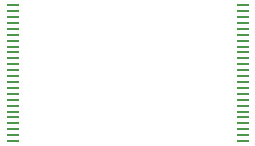
<source format=gbr>
%TF.GenerationSoftware,KiCad,Pcbnew,8.0.1*%
%TF.CreationDate,2024-03-31T12:23:00+01:00*%
%TF.ProjectId,Apricot-Xi-Expansion-RAM,41707269-636f-4742-9d58-692d45787061,rev?*%
%TF.SameCoordinates,Original*%
%TF.FileFunction,Paste,Top*%
%TF.FilePolarity,Positive*%
%FSLAX46Y46*%
G04 Gerber Fmt 4.6, Leading zero omitted, Abs format (unit mm)*
G04 Created by KiCad (PCBNEW 8.0.1) date 2024-03-31 12:23:00*
%MOMM*%
%LPD*%
G01*
G04 APERTURE LIST*
%ADD10R,1.100000X0.250000*%
G04 APERTURE END LIST*
D10*
%TO.C,SRAM1*%
X152970000Y-52422100D03*
X152970000Y-52922100D03*
X152970000Y-53422100D03*
X152970000Y-53922100D03*
X152970000Y-54422100D03*
X152970000Y-54922100D03*
X152970000Y-55422100D03*
X152970000Y-55922100D03*
X152970000Y-56422100D03*
X152970000Y-56922100D03*
X152970000Y-57422100D03*
X152970000Y-57922100D03*
X152970000Y-58422100D03*
X152970000Y-58922100D03*
X152970000Y-59422100D03*
X152970000Y-59922100D03*
X152970000Y-60422100D03*
X152970000Y-60922100D03*
X152970000Y-61422100D03*
X152970000Y-61922100D03*
X152970000Y-62422100D03*
X152970000Y-62922100D03*
X152970000Y-63422100D03*
X152970000Y-63922100D03*
X172470000Y-63922100D03*
X172470000Y-63422100D03*
X172470000Y-62922100D03*
X172470000Y-62422100D03*
X172470000Y-61922100D03*
X172470000Y-61422100D03*
X172470000Y-60922100D03*
X172470000Y-60422100D03*
X172470000Y-59922100D03*
X172470000Y-59422100D03*
X172470000Y-58922100D03*
X172470000Y-58422100D03*
X172470000Y-57922100D03*
X172470000Y-57422100D03*
X172470000Y-56922100D03*
X172470000Y-56422100D03*
X172470000Y-55922100D03*
X172470000Y-55422100D03*
X172470000Y-54922100D03*
X172470000Y-54422100D03*
X172470000Y-53922100D03*
X172470000Y-53422100D03*
X172470000Y-52922100D03*
X172470000Y-52422100D03*
%TD*%
M02*

</source>
